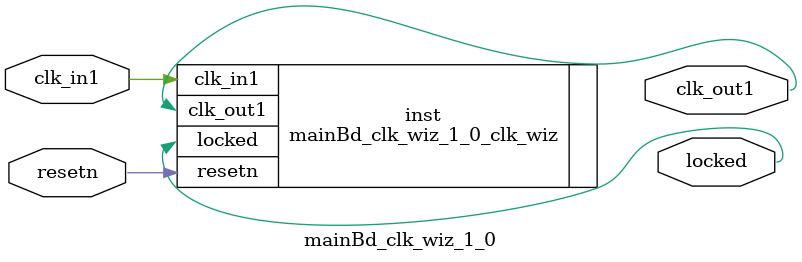
<source format=v>


`timescale 1ps/1ps

(* CORE_GENERATION_INFO = "mainBd_clk_wiz_1_0,clk_wiz_v5_4_3_0,{component_name=mainBd_clk_wiz_1_0,use_phase_alignment=true,use_min_o_jitter=false,use_max_i_jitter=false,use_dyn_phase_shift=false,use_inclk_switchover=false,use_dyn_reconfig=false,enable_axi=0,feedback_source=FDBK_AUTO,PRIMITIVE=MMCM,num_out_clk=1,clkin1_period=10.000,clkin2_period=10.000,use_power_down=false,use_reset=true,use_locked=true,use_inclk_stopped=false,feedback_type=SINGLE,CLOCK_MGR_TYPE=NA,manual_override=false}" *)

module mainBd_clk_wiz_1_0 
 (
  // Clock out ports
  output        clk_out1,
  // Status and control signals
  input         resetn,
  output        locked,
 // Clock in ports
  input         clk_in1
 );

  mainBd_clk_wiz_1_0_clk_wiz inst
  (
  // Clock out ports  
  .clk_out1(clk_out1),
  // Status and control signals               
  .resetn(resetn), 
  .locked(locked),
 // Clock in ports
  .clk_in1(clk_in1)
  );

endmodule

</source>
